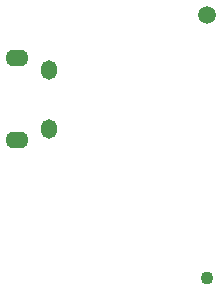
<source format=gbs>
G04 #@! TF.FileFunction,Soldermask,Bot*
%FSLAX46Y46*%
G04 Gerber Fmt 4.6, Leading zero omitted, Abs format (unit mm)*
G04 Created by KiCad (PCBNEW 4.0.5-e0-6337~49~ubuntu16.04.1) date Tue Feb 21 22:55:49 2017*
%MOMM*%
%LPD*%
G01*
G04 APERTURE LIST*
%ADD10C,0.100000*%
%ADD11O,1.350000X1.650000*%
%ADD12O,1.950000X1.400000*%
%ADD13C,1.100000*%
%ADD14C,1.500000*%
G04 APERTURE END LIST*
D10*
D11*
X127308600Y-87365200D03*
X127308600Y-92365200D03*
D12*
X124608600Y-86365200D03*
X124608600Y-93365200D03*
D13*
X140689200Y-104978400D03*
D14*
X140689200Y-82778400D03*
M02*

</source>
